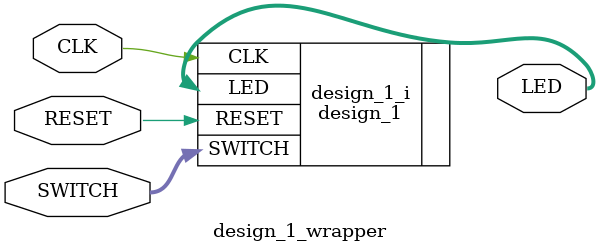
<source format=v>
`timescale 1 ps / 1 ps

module design_1_wrapper
   (CLK,
    LED,
    RESET,
    SWITCH);
  input CLK;
  output [3:0]LED;
  input RESET;
  input [3:0]SWITCH;

  wire CLK;
  wire [3:0]LED;
  wire RESET;
  wire [3:0]SWITCH;

  design_1 design_1_i
       (.CLK(CLK),
        .LED(LED),
        .RESET(RESET),
        .SWITCH(SWITCH));
endmodule

</source>
